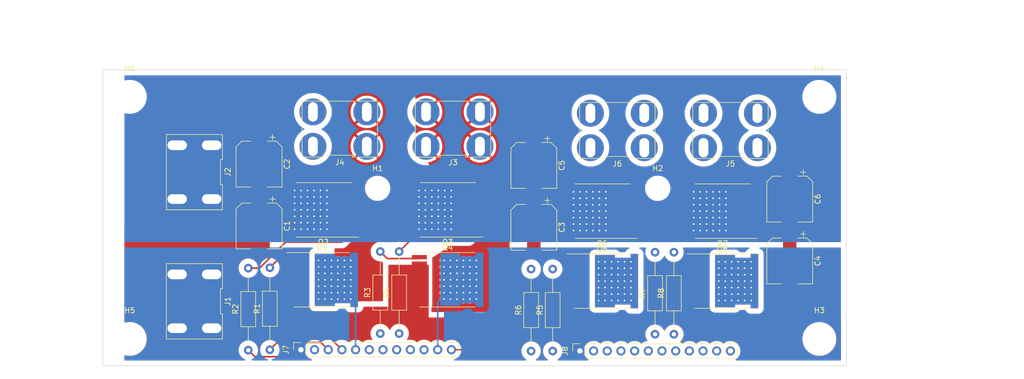
<source format=kicad_pcb>
(kicad_pcb (version 20211014) (generator pcbnew)
  (layers (0 "F.Cu" signal) (31 "B.Cu" signal) (34 "B.Paste" user) (35 "F.Paste" user) (36 "B.SilkS" user "B.Silkscreen") (37 "F.SilkS" user "F.Silkscreen") (38 "B.Mask" user) (39 "F.Mask" user) (44 "Edge.Cuts" user))
  (net 0 "")
  (net 1 "GND")
  (net 2 "VBAT")
  (net 7 "Net-(Q1-Pad1)")
  (net 8 "Net-(Q2-Pad1)")
  (net 9 "Net-(Q3-Pad1)")
  (net 10 "Net-(Q4-Pad1)")
  (net 11 "Net-(Q5-Pad1)")
  (net 12 "Net-(Q6-Pad1)")
  (net 13 "Net-(Q7-Pad1)")
  (net 14 "Net-(Q8-Pad1)")
  (net 15 "/PHASE21")
  (net 16 "/PHASE11")
  (net 17 "/GATE1L1")
  (net 19 "unconnected-(J7-Pad12)")
  (net 20 "/GATE2H1")
  (net 21 "/GATE1H1")
  (net 22 "/GATE2L1")
  (net 23 "/PHASE22")
  (net 24 "/PHASE12")
  (net 25 "/GATE1H2")
  (net 26 "/GATE1L2")
  (net 28 "/GATE2L2")
  (net 30 "/GATE2H2")
  (footprint "Package_TO_SOT_SMD:Infineon_PG-HSOF-8-1_ThermalVias" (layer "F.Cu") (at 115.93 69 180)
    (fp_text reference "Q2")
    (fp_text value "NCEP40T20ALL")
  )
  (footprint "featheresc:screw_lug_terminal" (layer "F.Cu") (at 119 54 90)
    (fp_text reference "J4")
    (fp_text value "PHASE1")
  )
  (footprint "Package_TO_SOT_SMD:Infineon_PG-HSOF-8-1_ThermalVias" (layer "F.Cu") (at 190 82.25)
    (fp_text reference "Q8")
    (fp_text value "NCEP40T20ALL")
  )
  (footprint "Resistor_THT:R_Axial_DIN0207_L6.3mm_D2.5mm_P15.24mm_Horizontal" (layer "F.Cu") (at 106 95 90)
    (fp_text reference "R1")
    (fp_text value "15R")
  )
  (footprint "featheresc:screw_lug_terminal" (layer "F.Cu") (at 92 86 180)
    (fp_text reference "J1")
    (fp_text value "VIN_GND")
  )
  (footprint "featheresc:screw_lug_terminal" (layer "F.Cu") (at 140 54 90)
    (fp_text reference "J3")
    (fp_text value "PHASE2")
  )
  (footprint "Package_TO_SOT_SMD:Infineon_PG-HSOF-8-1_ThermalVias" (layer "F.Cu") (at 139 82)
    (fp_text reference "Q4")
    (fp_text value "NCEP40T20ALL")
  )
  (footprint "Capacitor_SMD:CP_Elec_8x10" (layer "F.Cu") (at 104 72 -90)
    (fp_text reference "C1")
    (fp_text value "100uF 50V")
  )
  (footprint "Capacitor_SMD:CP_Elec_8x10" (layer "F.Cu") (at 104 60.5 -90)
    (fp_text reference "C2")
    (fp_text value "100uF 50V")
  )
  (footprint "Capacitor_SMD:CP_Elec_8x10" (layer "F.Cu") (at 155 60.75 -90)
    (fp_text reference "C5")
    (fp_text value "100uF 50V")
  )
  (footprint "MountingHole:MountingHole_4.3mm_M4" (layer "F.Cu") (at 80 93)
    (fp_text reference "H5")
    (fp_text value "Cornerhole M4")
  )
  (footprint "Resistor_THT:R_Axial_DIN0207_L6.3mm_D2.5mm_P15.24mm_Horizontal" (layer "F.Cu") (at 158.5 95.25 90)
    (fp_text reference "R5")
    (fp_text value "15R")
  )
  (footprint "Package_TO_SOT_SMD:Infineon_PG-HSOF-8-1_ThermalVias" (layer "F.Cu") (at 139 69 180)
    (fp_text reference "Q3")
    (fp_text value "NCEP40T20ALL")
  )
  (footprint "Connector_PinSocket_2.54mm:PinSocket_1x12_P2.54mm_Vertical" (layer "F.Cu") (at 111.76 95 90)
    (fp_text reference "J7")
    (fp_text value "interconnect1")
  )
  (footprint "MountingHole:MountingHole_4.3mm_M4" (layer "F.Cu") (at 208 48)
    (fp_text reference "H4")
    (fp_text value "Cornerhole M4")
  )
  (footprint "MountingHole:MountingHole_4.3mm_M4" (layer "F.Cu") (at 208 93)
    (fp_text reference "H3")
    (fp_text value "Cornerhole M4")
  )
  (footprint "Package_TO_SOT_SMD:Infineon_PG-HSOF-8-1_ThermalVias" (layer "F.Cu") (at 167.7 82.25)
    (fp_text reference "Q5")
    (fp_text value "NCEP40T20ALL")
  )
  (footprint "Resistor_THT:R_Axial_DIN0207_L6.3mm_D2.5mm_P15.24mm_Horizontal" (layer "F.Cu") (at 177.5 92.12 90)
    (fp_text reference "R7")
    (fp_text value "15R")
  )
  (footprint "Resistor_THT:R_Axial_DIN0207_L6.3mm_D2.5mm_P15.24mm_Horizontal" (layer "F.Cu") (at 126.5 92 90)
    (fp_text reference "R3")
    (fp_text value "15R")
  )
  (footprint "Package_TO_SOT_SMD:Infineon_PG-HSOF-8-1_ThermalVias" (layer "F.Cu") (at 167.7 69.25 180)
    (fp_text reference "Q6")
    (fp_text value "NCEP40T20ALL")
  )
  (footprint "MountingHole:MountingHole_2.7mm_M2.5" (layer "F.Cu") (at 126 65)
    (fp_text reference "H1")
    (fp_text value "Interconnect M2.5")
  )
  (footprint "Capacitor_SMD:CP_Elec_8x10" (layer "F.Cu") (at 202.5 78.5 -90)
    (fp_text reference "C4")
    (fp_text value "100uF 50V")
  )
  (footprint "Connector_PinSocket_2.54mm:PinSocket_1x12_P2.54mm_Vertical" (layer "F.Cu") (at 163.55 95.225 90)
    (fp_text reference "J8")
    (fp_text value "interconnect2")
  )
  (footprint "Resistor_THT:R_Axial_DIN0207_L6.3mm_D2.5mm_P15.24mm_Horizontal" (layer "F.Cu") (at 181 92.12 90)
    (fp_text reference "R8")
    (fp_text value "15R")
  )
  (footprint "Package_TO_SOT_SMD:Infineon_PG-HSOF-8-1_ThermalVias" (layer "F.Cu") (at 115.7 82)
    (fp_text reference "Q1")
    (fp_text value "NCEP40T20ALL")
  )
  (footprint "Package_TO_SOT_SMD:Infineon_PG-HSOF-8-1_ThermalVias" (layer "F.Cu") (at 190 69.25 180)
    (fp_text reference "Q7")
    (fp_text value "NCEP40T20ALL")
  )
  (footprint "MountingHole:MountingHole_4.3mm_M4" (layer "F.Cu") (at 80 48)
    (fp_text reference "H6")
    (fp_text value "Cornerhole M4")
  )
  (footprint "Resistor_THT:R_Axial_DIN0207_L6.3mm_D2.5mm_P15.24mm_Horizontal" (layer "F.Cu") (at 130 92 90)
    (fp_text reference "R4")
    (fp_text value "15R")
  )
  (footprint "featheresc:screw_lug_terminal" (layer "F.Cu") (at 92 62 180)
    (fp_text reference "J2")
    (fp_text value "VIN_POS")
  )
  (footprint "featheresc:screw_lug_terminal" (layer "F.Cu") (at 170.5 54.25 90)
    (fp_text reference "J6")
    (fp_text value "PHASE1")
  )
  (footprint "Capacitor_SMD:CP_Elec_8x10" (layer "F.Cu") (at 155 72.25 -90)
    (fp_text reference "C3")
    (fp_text value "100uF 50V")
  )
  (footprint "Capacitor_SMD:CP_Elec_8x10" (layer "F.Cu") (at 202.5 67 -90)
    (fp_text reference "C6")
    (fp_text value "100uF 50V")
  )
  (footprint "MountingHole:MountingHole_2.7mm_M2.5" (layer "F.Cu") (at 178 65)
    (fp_text reference "H2")
    (fp_text value "Interconnect M2.5")
  )
  (footprint "Resistor_THT:R_Axial_DIN0207_L6.3mm_D2.5mm_P15.24mm_Horizontal" (layer "F.Cu") (at 154.5 95.25 90)
    (fp_text reference "R6")
    (fp_text value "15R")
  )
  (footprint "Resistor_THT:R_Axial_DIN0207_L6.3mm_D2.5mm_P15.24mm_Horizontal" (layer "F.Cu") (at 102 95.08 90)
    (fp_text reference "R2")
    (fp_text value "15R")
  )
  (footprint "featheresc:screw_lug_terminal" (layer "F.Cu") (at 191.5 54.25 90)
    (fp_text reference "J5")
    (fp_text value "PHASE2")
  )
  (gr_rect (start 75 43) (end 213 98) (layer "Edge.Cuts") (width 0.1) (fill none))
  (segment (start 106 79.76) (end 107.96 77.8) (width 0.3) (layer "F.Cu") (net 7))
  (segment (start 107.96 77.8) (end 110.45 77.8) (width 0.3) (layer "F.Cu") (net 7))
  (segment (start 108.922213 75) (end 119.38 75) (width 0.3) (layer "F.Cu") (net 8))
  (segment (start 119.38 75) (end 121.18 73.2) (width 0.3) (layer "F.Cu") (net 8))
  (segment (start 102 79.84) (end 104.082213 79.84) (width 0.3) (layer "F.Cu") (net 8))
  (segment (start 104.082213 79.84) (end 108.922213 75) (width 0.3) (layer "F.Cu") (net 8))
  (segment (start 142.90048 74.54952) (end 144.25 73.2) (width 0.3) (layer "F.Cu") (net 9))
  (segment (start 130 76.76) (end 132.21048 74.54952) (width 0.3) (layer "F.Cu") (net 9))
  (segment (start 132.21048 74.54952) (end 142.90048 74.54952) (width 0.3) (layer "F.Cu") (net 9))
  (segment (start 133.490489 78.059511) (end 133.75 77.8) (width 0.3) (layer "F.Cu") (net 10))
  (segment (start 126.5 76.76) (end 127.799511 78.059511) (width 0.3) (layer "F.Cu") (net 10))
  (segment (start 127.799511 78.059511) (end 133.490489 78.059511) (width 0.3) (layer "F.Cu") (net 10))
  (segment (start 137.16 86.17) (end 137.73 85.6) (width 0.3) (layer "B.Cu") (net 15))
  (segment (start 137.16 95) (end 137.16 86.17) (width 0.3) (layer "B.Cu") (net 15))
  (segment (start 121.92 86.49) (end 121.03 85.6) (width 0.3) (layer "B.Cu") (net 16))
  (segment (start 121.92 95) (end 121.92 86.49) (width 0.3) (layer "B.Cu") (net 16))
  (segment (start 117.38097 93.00097) (end 119.38 95) (width 0.3) (layer "F.Cu") (net 17))
  (segment (start 106 95) (end 107.99903 93.00097) (width 0.3) (layer "F.Cu") (net 17))
  (segment (start 107.99903 93.00097) (end 117.38097 93.00097) (width 0.3) (layer "F.Cu") (net 17))
  (segment (start 139.7 95) (end 150.25 95) (width 0.3) (layer "F.Cu") (net 19))
  (segment (start 150.25 95) (end 150.5 95.25) (width 0.3) (layer "F.Cu") (net 19))
  (segment (start 115.490489 93.650489) (end 110.349511 93.650489) (width 0.3) (layer "F.Cu") (net 21))
  (segment (start 103.219511 96.299511) (end 102 95.08) (width 0.3) (layer "F.Cu") (net 21))
  (segment (start 110.349511 93.650489) (end 107.700489 96.299511) (width 0.3) (layer "F.Cu") (net 21))
  (segment (start 107.700489 96.299511) (end 103.219511 96.299511) (width 0.3) (layer "F.Cu") (net 21))
  (segment (start 116.84 95) (end 115.490489 93.650489) (width 0.3) (layer "F.Cu") (net 21))
  (zone (net 16) (net_name "/PHASE11") (layer "F.Cu") (connect_pads (clearance 1)) (min_thickness 0.254) (fill yes (thermal_gap 0.508) (thermal_bridge_width 0.508))
    (polygon (pts (xy 132 58) (xy 127 64) (xy 127 86) (xy 118 86) (xy 118 45) (xy 132 45)))
  )
  (zone (net 1) (net_name "GND") (layer "F.Cu") (connect_pads yes (clearance 1)) (min_thickness 0.254) (fill yes (thermal_gap 0.508) (thermal_bridge_width 0.508))
    (polygon (pts (xy 246 98) (xy 79 98) (xy 79 72) (xy 106 72) (xy 106 76) (xy 108 76) (xy 113 76) (xy 113 87) (xy 128 87) (xy 128 79) (xy 135.5 79) (xy 135.5 89) (xy 246 89)))
  )
  (zone (net 15) (net_name "/PHASE21") (layer "F.Cu") (connect_pads (clearance 1)) (min_thickness 0.254) (fill yes (thermal_gap 0.508) (thermal_bridge_width 0.508))
    (polygon (pts (xy 150.5 88) (xy 136 88) (xy 136 78) (xy 139 76) (xy 139 64) (xy 133 58) (xy 133 45) (xy 150.5 45)))
  )
  (zone (net 1) (net_name "GND") (layer "B.Cu") (connect_pads yes (clearance 1)) (min_thickness 0.254) (fill yes (thermal_gap 0.508) (thermal_bridge_width 0.508))
    (polygon (pts (xy 245 98) (xy 79 98) (xy 79 76) (xy 245 76)))
  )
  (zone (net 2) (net_name "VBAT") (layer "B.Cu") (connect_pads yes (clearance 1)) (min_thickness 0.254) (fill yes (thermal_gap 0.508) (thermal_bridge_width 0.508))
    (polygon (pts (xy 245 75) (xy 79 75) (xy 79 43) (xy 245 43)))
  )
)
</source>
